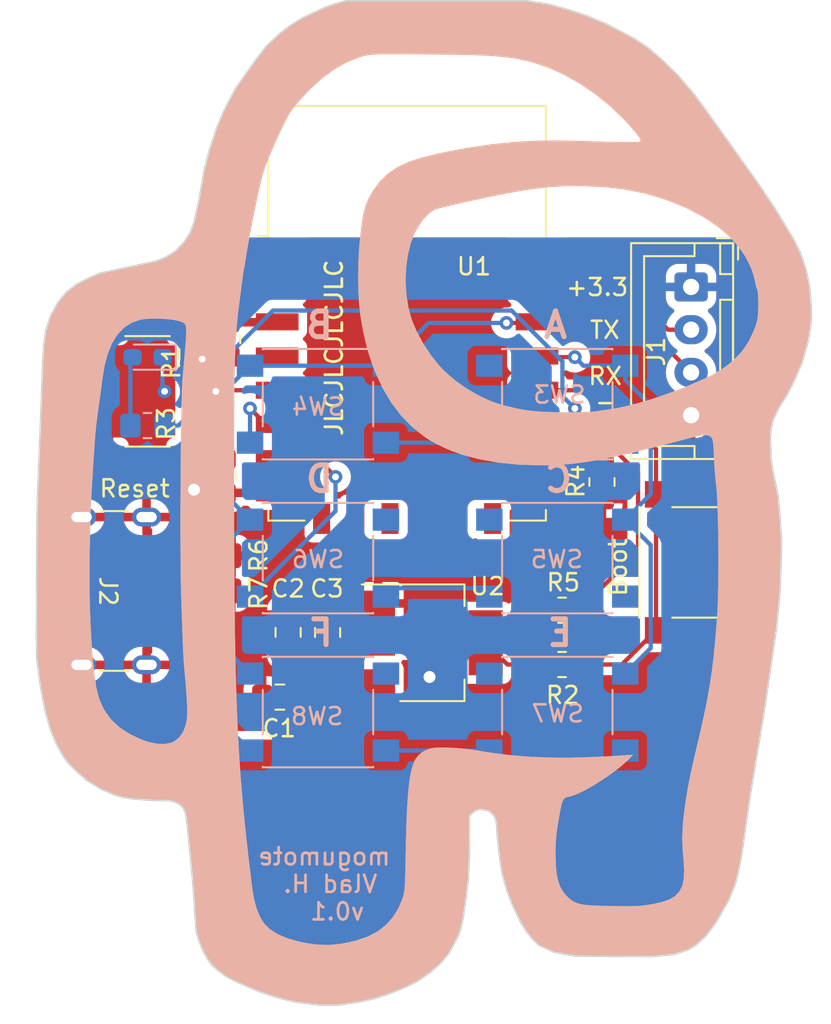
<source format=kicad_pcb>
(kicad_pcb (version 20221018) (generator pcbnew)
  (layers (0 "F.Cu" signal) (31 "B.Cu" signal) (34 "B.Paste" user) (35 "F.Paste" user) (36 "B.SilkS" user "B.Silkscreen") (37 "F.SilkS" user "F.Silkscreen") (38 "B.Mask" user) (39 "F.Mask" user) (44 "Edge.Cuts" user))
  (net 0 "")
  (net 1 "+5V")
  (net 2 "GND")
  (net 3 "+3.3V")
  (net 4 "TX")
  (net 5 "RX")
  (net 6 "Net-(U1-EN)")
  (net 7 "Net-(U1-GPIO0)")
  (net 8 "Net-(U1-~{RST})")
  (net 9 "GPIO15")
  (net 10 "ADC")
  (net 11 "GPIO16")
  (net 12 "GPIO14")
  (net 13 "GPIO12")
  (net 14 "GPIO13")
  (net 21 "GPIO4")
  (net 22 "GPIO5")
  (net 23 "Net-(J2-CC1)")
  (net 24 "Net-(J2-CC2)")
  (net 25 "Net-(D1-A)")
  (net 26 "GPIO2")
  (footprint "Connector_JST:JST_XH_B4B-XH-A_1x04_P2.50mm_Vertical" (layer "F.Cu") (at 154.8025 86.895 -90)
    (fp_text reference "J1" (at 3.785 2.04 90) (layer "F.SilkS"))
    (fp_text value "UART")
    (pad "1" thru_hole roundrect (at 0 0 270) (size 1.7 1.95) (drill 0.95) (layers "*.Cu" "*.Mask") (roundrect_rratio 0.1470588235) (net 3 "+3.3V"))
    (pad "2" thru_hole oval (at 2.5 0 270) (size 1.7 1.95) (drill 0.95) (layers "*.Cu" "*.Mask") (net 4 "TX"))
    (pad "3" thru_hole oval (at 5 0 270) (size 1.7 1.95) (drill 0.95) (layers "*.Cu" "*.Mask") (net 5 "RX"))
    (pad "4" thru_hole oval (at 7.5 0 270) (size 1.7 1.95) (drill 0.95) (layers "*.Cu" "*.Mask") (net 2 "GND"))
  )
  (footprint "Button_Switch_SMD:SW_Push_1P1T_NO_6x6mm_H9.5mm" (layer "F.Cu") (at 155 103 90)
    (fp_text reference "SW1" hide)
    (fp_text value "Boot")
    (pad "1" smd rect (at -3.975 -2.25 90) (size 1.55 1.3) (layers "F.Cu" "F.Paste" "F.Mask") (net 7 "Net-(U1-GPIO0)"))
    (pad "1" smd rect (at 3.975 -2.25 90) (size 1.55 1.3) (layers "F.Cu" "F.Paste" "F.Mask") (net 7 "Net-(U1-GPIO0)"))
    (pad "2" smd rect (at -3.975 2.25 90) (size 1.55 1.3) (layers "F.Cu" "F.Paste" "F.Mask") (net 2 "GND"))
    (pad "2" smd rect (at 3.975 2.25 90) (size 1.55 1.3) (layers "F.Cu" "F.Paste" "F.Mask") (net 2 "GND"))
  )
  (footprint "Resistor_SMD:R_0805_2012Metric_Pad1.20x1.40mm_HandSolder" (layer "F.Cu") (at 127.46 97.97 90)
    (fp_text reference "R3" (at 3.07 -3.36 270) (layer "F.SilkS"))
    (fp_text value "10k")
    (pad "1" smd roundrect (at -1 0 90) (size 1.2 1.4) (layers "F.Cu" "F.Paste" "F.Mask") (roundrect_rratio 0.2083333333) (net 3 "+3.3V"))
    (pad "2" smd roundrect (at 1 0 90) (size 1.2 1.4) (layers "F.Cu" "F.Paste" "F.Mask") (roundrect_rratio 0.2083333333) (net 8 "Net-(U1-~{RST})"))
  )
  (footprint "Resistor_SMD:R_0805_2012Metric_Pad1.20x1.40mm_HandSolder" (layer "F.Cu") (at 147.255 108.97)
    (fp_text reference "R2" (at 0.0325 1.795) (layer "F.SilkS"))
    (fp_text value "10k")
    (pad "1" smd roundrect (at -1 0) (size 1.2 1.4) (layers "F.Cu" "F.Paste" "F.Mask") (roundrect_rratio 0.2083333333) (net 3 "+3.3V"))
    (pad "2" smd roundrect (at 1 0) (size 1.2 1.4) (layers "F.Cu" "F.Paste" "F.Mask") (roundrect_rratio 0.2083333333) (net 7 "Net-(U1-GPIO0)"))
  )
  (footprint "Capacitor_SMD:C_0805_2012Metric_Pad1.18x1.45mm_HandSolder" (layer "F.Cu") (at 130.745 110.875 180)
    (fp_text reference "C1" (at 0.0375 -1.83 180) (layer "F.SilkS"))
    (fp_text value "10u")
    (pad "1" smd roundrect (at -1.0375 0 180) (size 1.175 1.45) (layers "F.Cu" "F.Paste" "F.Mask") (roundrect_rratio 0.2127659574) (net 1 "+5V"))
    (pad "2" smd roundrect (at 1.0375 0 180) (size 1.175 1.45) (layers "F.Cu" "F.Paste" "F.Mask") (roundrect_rratio 0.2127659574) (net 2 "GND"))
  )
  (footprint "Package_TO_SOT_SMD:SOT-223-3_TabPin2" (layer "F.Cu") (at 139.635 107.7)
    (fp_text reference "U2" (at 3.265 -3.3) (layer "F.SilkS"))
    (fp_text value "AMS1117-3.3")
    (pad "1" smd rect (at -3.15 -2.3) (size 2 1.5) (layers "F.Cu" "F.Paste" "F.Mask") (net 2 "GND"))
    (pad "2" smd rect (at -3.15 0) (size 2 1.5) (layers "F.Cu" "F.Paste" "F.Mask") (net 3 "+3.3V"))
    (pad "2" smd rect (at 3.15 0) (size 2 3.8) (layers "F.Cu" "F.Paste" "F.Mask") (net 3 "+3.3V"))
    (pad "3" smd rect (at -3.15 2.3) (size 2 1.5) (layers "F.Cu" "F.Paste" "F.Mask") (net 1 "+5V"))
  )
  (footprint "Connector_USB:USB_C_Receptacle_GCT_USB4125-xx-x-0190_6P_TopMnt_Horizontal" (layer "F.Cu") (at 119.945 104.67 -90)
    (fp_text reference "J2" (at 0.02 -0.755 -90 unlocked) (layer "F.SilkS"))
    (fp_text value "USB_C_Receptacle_PowerOnly_6P")
    (pad "A5" smd roundrect (at -0.5 -3.08 270) (size 0.7 1.2) (layers "F.Cu" "F.Paste" "F.Mask") (net 23 "Net-(J2-CC1)"))
    (pad "A9" smd roundrect (at 1.52 -3.08 90) (size 0.76 1.2) (layers "F.Cu" "F.Paste" "F.Mask") (net 1 "+5V"))
    (pad "A12" smd roundrect (at 2.75 -3.08 90) (size 0.8 1.2) (layers "F.Cu" "F.Paste" "F.Mask") (net 2 "GND"))
    (pad "B5" smd roundrect (at 0.5 -3.08 90) (size 0.7 1.2) (layers "F.Cu" "F.Paste" "F.Mask") (net 24 "Net-(J2-CC2)"))
    (pad "B9" smd roundrect (at -1.52 -3.08 270) (size 0.76 1.2) (layers "F.Cu" "F.Paste" "F.Mask") (net 1 "+5V"))
    (pad "B12" smd roundrect (at -2.75 -3.08 270) (size 0.8 1.2) (layers "F.Cu" "F.Paste" "F.Mask") (net 2 "GND"))
    (pad "S1" thru_hole oval (at -4.32 -3 270) (size 1.1 1.7) (drill oval 0.6 1.2) (layers "*.Cu" "*.Mask" "F.Paste") (net 2 "GND"))
    (pad "S1" thru_hole oval (at -4.32 0.8 270) (size 1.1 1.7) (drill oval 0.6 1.2) (layers "*.Cu" "*.Mask" "F.Paste") (net 2 "GND"))
    (pad "S1" thru_hole oval (at 4.32 -3 270) (size 1.1 1.7) (drill oval 0.6 1.2) (layers "*.Cu" "*.Mask" "F.Paste") (net 2 "GND"))
    (pad "S1" thru_hole oval (at 4.32 0.8 270) (size 1.1 1.7) (drill oval 0.6 1.2) (layers "*.Cu" "*.Mask" "F.Paste") (net 2 "GND"))
  )
  (footprint "Resistor_SMD:R_0805_2012Metric_Pad1.20x1.40mm_HandSolder" (layer "F.Cu") (at 127.69 89.96 90)
    (fp_text reference "R1" (at -1.36 -3.29 90) (layer "F.SilkS"))
    (fp_text value "10k")
    (pad "1" smd roundrect (at -1 0 90) (size 1.2 1.4) (layers "F.Cu" "F.Paste" "F.Mask") (roundrect_rratio 0.2083333333) (net 3 "+3.3V"))
    (pad "2" smd roundrect (at 1 0 90) (size 1.2 1.4) (layers "F.Cu" "F.Paste" "F.Mask") (roundrect_rratio 0.2083333333) (net 6 "Net-(U1-EN)"))
  )
  (footprint "Capacitor_SMD:C_0805_2012Metric_Pad1.18x1.45mm_HandSolder" (layer "F.Cu") (at 133.5375 107.095 90)
    (fp_text reference "C3" (at 2.56 -0.04 180) (layer "F.SilkS"))
    (fp_text value "100n")
    (pad "1" smd roundrect (at -1.0375 0 90) (size 1.175 1.45) (layers "F.Cu" "F.Paste" "F.Mask") (roundrect_rratio 0.2127659574) (net 3 "+3.3V"))
    (pad "2" smd roundrect (at 1.0375 0 90) (size 1.175 1.45) (layers "F.Cu" "F.Paste" "F.Mask") (roundrect_rratio 0.2127659574) (net 2 "GND"))
  )
  (footprint "Capacitor_SMD:C_0805_2012Metric_Pad1.18x1.45mm_HandSolder" (layer "F.Cu") (at 126.8625 104.66)
    (fp_text reference "R7" (at 2.6375 0.14 90) (layer "F.SilkS"))
    (fp_text value "5.1K")
    (pad "1" smd roundrect (at -1.0375 0) (size 1.175 1.45) (layers "F.Cu" "F.Paste" "F.Mask") (roundrect_rratio 0.2127659574) (net 24 "Net-(J2-CC2)"))
    (pad "2" smd roundrect (at 1.0375 0) (size 1.175 1.45) (layers "F.Cu" "F.Paste" "F.Mask") (roundrect_rratio 0.2127659574) (net 2 "GND"))
  )
  (footprint "Capacitor_SMD:C_0805_2012Metric_Pad1.18x1.45mm_HandSolder" (layer "F.Cu") (at 131.2275 107.0925 90)
    (fp_text reference "C2" (at 2.5575 0 180) (layer "F.SilkS"))
    (fp_text value "10u")
    (pad "1" smd roundrect (at -1.0375 0 90) (size 1.175 1.45) (layers "F.Cu" "F.Paste" "F.Mask") (roundrect_rratio 0.2127659574) (net 3 "+3.3V"))
    (pad "2" smd roundrect (at 1.0375 0 90) (size 1.175 1.45) (layers "F.Cu" "F.Paste" "F.Mask") (roundrect_rratio 0.2127659574) (net 2 "GND"))
  )
  (footprint "Resistor_SMD:R_0805_2012Metric_Pad1.20x1.40mm_HandSolder" (layer "F.Cu") (at 149.5875 98.3 -90)
    (fp_text reference "R4" (at -0.04 1.5375 -90) (layer "F.SilkS"))
    (fp_text value "10k")
    (pad "1" smd roundrect (at -1 0 270) (size 1.2 1.4) (layers "F.Cu" "F.Paste" "F.Mask") (roundrect_rratio 0.2083333333) (net 9 "GPIO15"))
    (pad "2" smd roundrect (at 1 0 270) (size 1.2 1.4) (layers "F.Cu" "F.Paste" "F.Mask") (roundrect_rratio 0.2083333333) (net 2 "GND"))
  )
  (footprint "Button_Switch_SMD:SW_Push_1P1T_NO_6x6mm_H9.5mm" (layer "F.Cu") (at 123 93 90)
    (fp_text reference "SW2" (at 0 -4.05 90) (layer "F.SilkS"))
    (fp_text value "Reset")
    (pad "1" smd rect (at -3.975 -2.25 90) (size 1.55 1.3) (layers "F.Cu" "F.Paste" "F.Mask") (net 2 "GND"))
    (pad "1" smd rect (at 3.975 -2.25 90) (size 1.55 1.3) (layers "F.Cu" "F.Paste" "F.Mask") (net 2 "GND"))
    (pad "2" smd rect (at -3.975 2.25 90) (size 1.55 1.3) (layers "F.Cu" "F.Paste" "F.Mask") (net 8 "Net-(U1-~{RST})"))
    (pad "2" smd rect (at 3.975 2.25 90) (size 1.55 1.3) (layers "F.Cu" "F.Paste" "F.Mask") (net 8 "Net-(U1-~{RST})"))
  )
  (footprint "LOGO" (layer "F.Cu") (at 140.6975 99.285)
    (fp_text reference "G***" hide)
    (fp_text value "LOGO" hide)
  )
  (footprint "RF_Module:ESP-12E" (layer "F.Cu") (at 138.1875 88.435)
    (fp_text reference "U1" (at 3.9125 -2.735) (layer "F.SilkS"))
    (fp_text value "ESP-12F")
    (pad "1" smd rect (at -7.6 -3.5) (size 2.5 1) (layers "F.Cu" "F.Paste" "F.Mask") (net 8 "Net-(U1-~{RST})"))
    (pad "2" smd rect (at -7.6 -1.5) (size 2.5 1) (layers "F.Cu" "F.Paste" "F.Mask") (net 10 "ADC"))
    (pad "3" smd rect (at -7.6 0.5) (size 2.5 1) (layers "F.Cu" "F.Paste" "F.Mask") (net 6 "Net-(U1-EN)"))
    (pad "4" smd rect (at -7.6 2.5) (size 2.5 1) (layers "F.Cu" "F.Paste" "F.Mask") (net 11 "GPIO16"))
    (pad "5" smd rect (at -7.6 4.5) (size 2.5 1) (layers "F.Cu" "F.Paste" "F.Mask") (net 12 "GPIO14"))
    (pad "6" smd rect (at -7.6 6.5) (size 2.5 1) (layers "F.Cu" "F.Paste" "F.Mask") (net 13 "GPIO12"))
    (pad "7" smd rect (at -7.6 8.5) (size 2.5 1) (layers "F.Cu" "F.Paste" "F.Mask") (net 14 "GPIO13"))
    (pad "8" smd rect (at -7.6 10.5) (size 2.5 1) (layers "F.Cu" "F.Paste" "F.Mask") (net 3 "+3.3V"))
    (pad "9" smd rect (at -5 12) (size 1 1.8) (layers "F.Cu" "F.Paste" "F.Mask"))
    (pad "10" smd rect (at -3 12) (size 1 1.8) (layers "F.Cu" "F.Paste" "F.Mask"))
    (pad "11" smd rect (at -1 12) (size 1 1.8) (layers "F.Cu" "F.Paste" "F.Mask"))
    (pad "12" smd rect (at 1 12) (size 1 1.8) (layers "F.Cu" "F.Paste" "F.Mask"))
    (pad "13" smd rect (at 3 12) (size 1 1.8) (layers "F.Cu" "F.Paste" "F.Mask"))
    (pad "14" smd rect (at 5 12) (size 1 1.8) (layers "F.Cu" "F.Paste" "F.Mask"))
    (pad "15" smd rect (at 7.6 10.5) (size 2.5 1) (layers "F.Cu" "F.Paste" "F.Mask") (net 2 "GND"))
    (pad "16" smd rect (at 7.6 8.5) (size 2.5 1) (layers "F.Cu" "F.Paste" "F.Mask") (net 9 "GPIO15"))
    (pad "17" smd rect (at 7.6 6.5) (size 2.5 1) (layers "F.Cu" "F.Paste" "F.Mask") (net 26 "GPIO2"))
    (pad "18" smd rect (at 7.6 4.5) (size 2.5 1) (layers "F.Cu" "F.Paste" "F.Mask") (net 7 "Net-(U1-GPIO0)"))
    (pad "19" smd rect (at 7.6 2.5) (size 2.5 1) (layers "F.Cu" "F.Paste" "F.Mask") (net 21 "GPIO4"))
    (pad "20" smd rect (at 7.6 0.5) (size 2.5 1) (layers "F.Cu" "F.Paste" "F.Mask") (net 22 "GPIO5"))
    (pad "21" smd rect (at 7.6 -1.5) (size 2.5 1) (layers "F.Cu" "F.Paste" "F.Mask") (net 5 "RX"))
    (pad "22" smd rect (at 7.6 -3.5) (size 2.5 1) (layers "F.Cu" "F.Paste" "F.Mask") (net 4 "TX"))
    (zone (net 0) (net_name "") (layers "*.Cu") (connect_pads (clearance 0)) (min_thickness 0.254)
      (keepout (tracks not_allowed) (vias not_allowed) (pads not_allowed) (copperpour not_allowed) (footprints not_allowed))
      (fill (thermal_gap 0.508) (thermal_bridge_width 0.508))
      (polygon (pts (xy 130.0675 83.635) (xy 146.3075 83.635) (xy 146.3075 76.315) (xy 130.0675 76.315)))
    )
  )
  (footprint "Resistor_SMD:R_0805_2012Metric_Pad1.20x1.40mm_HandSolder" (layer "F.Cu") (at 147.255 105.795)
    (fp_text reference "R5" (at 0.0725 -1.62) (layer "F.SilkS"))
    (fp_text value "10k")
    (pad "1" smd roundrect (at -1 0) (size 1.2 1.4) (layers "F.Cu" "F.Paste" "F.Mask") (roundrect_rratio 0.2083333333) (net 3 "+3.3V"))
    (pad "2" smd roundrect (at 1 0) (size 1.2 1.4) (layers "F.Cu" "F.Paste" "F.Mask") (roundrect_rratio 0.2083333333) (net 26 "GPIO2"))
  )
  (footprint "Capacitor_SMD:C_0805_2012Metric_Pad1.18x1.45mm_HandSolder" (layer "F.Cu") (at 126.88 102.61)
    (fp_text reference "R6" (at 2.62 -0.01 90) (layer "F.SilkS"))
    (fp_text value "5.1K")
    (pad "1" smd roundrect (at -1.0375 0) (size 1.175 1.45) (layers "F.Cu" "F.Paste" "F.Mask") (roundrect_rratio 0.2127659574) (net 23 "Net-(J2-CC1)"))
    (pad "2" smd roundrect (at 1.0375 0) (size 1.175 1.45) (layers "F.Cu" "F.Paste" "F.Mask") (roundrect_rratio 0.2127659574) (net 2 "GND"))
  )
  (footprint "Button_Switch_SMD:SW_Push_1P1T_NO_6x6mm_H9.5mm" (layer "B.Cu") (at 146.975 102.75 180)
    (fp_text reference "SW5" (at 0.025 -0.07) (layer "B.SilkS") (effects (justify mirror)))
    (fp_text value "SW_A")
    (pad "1" smd rect (at -3.975 2.25 180) (size 1.55 1.3) (layers "B.Cu" "B.Paste" "B.Mask") (net 21 "GPIO4"))
    (pad "1" smd rect (at 3.975 2.25 180) (size 1.55 1.3) (layers "B.Cu" "B.Paste" "B.Mask") (net 21 "GPIO4"))
    (pad "2" smd rect (at -3.975 -2.25 180) (size 1.55 1.3) (layers "B.Cu" "B.Paste" "B.Mask") (net 14 "GPIO13"))
    (pad "2" smd rect (at 3.975 -2.25 180) (size 1.55 1.3) (layers "B.Cu" "B.Paste" "B.Mask") (net 14 "GPIO13"))
  )
  (footprint "Button_Switch_SMD:SW_Push_1P1T_NO_6x6mm_H9.5mm" (layer "B.Cu") (at 132.975 102.75 180)
    (fp_text reference "SW6" (at 0 -0.07) (layer "B.SilkS") (effects (justify mirror)))
    (fp_text value "SW_A")
    (pad "1" smd rect (at -3.975 2.25 180) (size 1.55 1.3) (layers "B.Cu" "B.Paste" "B.Mask") (net 22 "GPIO5"))
    (pad "1" smd rect (at 3.975 2.25 180) (size 1.55 1.3) (layers "B.Cu" "B.Paste" "B.Mask") (net 22 "GPIO5"))
    (pad "2" smd rect (at -3.975 -2.25 180) (size 1.55 1.3) (layers "B.Cu" "B.Paste" "B.Mask") (net 14 "GPIO13"))
    (pad "2" smd rect (at 3.975 -2.25 180) (size 1.55 1.3) (layers "B.Cu" "B.Paste" "B.Mask") (net 14 "GPIO13"))
  )
  (footprint "LOGO" (layer "B.Cu") (at 140.6975 99.285 180)
    (fp_text reference "G***" hide)
    (fp_text value "LOGO" hide)
  )
  (footprint "Button_Switch_SMD:SW_Push_1P1T_NO_6x6mm_H9.5mm" (layer "B.Cu") (at 132.975 111.75 180)
    (fp_text reference "SW8" (at 0.055 -0.25) (layer "B.SilkS") (effects (justify mirror)))
    (fp_text value "SW_A")
    (pad "1" smd rect (at -3.975 2.25 180) (size 1.55 1.3) (layers "B.Cu" "B.Paste" "B.Mask") (net 22 "GPIO5"))
    (pad "1" smd rect (at 3.975 2.25 180) (size 1.55 1.3) (layers "B.Cu" "B.Paste" "B.Mask") (net 22 "GPIO5"))
    (pad "2" smd rect (at -3.975 -2.25 180) (size 1.55 1.3) (layers "B.Cu" "B.Paste" "B.Mask") (net 12 "GPIO14"))
    (pad "2" smd rect (at 3.975 -2.25 180) (size 1.55 1.3) (layers "B.Cu" "B.Paste" "B.Mask") (net 12 "GPIO14"))
  )
  (footprint "Button_Switch_SMD:SW_Push_1P1T_NO_6x6mm_H9.5mm" (layer "B.Cu") (at 146.975 93.75 180)
    (fp_text reference "SW3" (at -0.125 0.55) (layer "B.SilkS") (effects (justify mirror)))
    (fp_text value "SW_A")
    (pad "1" smd rect (at -3.975 2.25 180) (size 1.55 1.3) (layers "B.Cu" "B.Paste" "B.Mask") (net 21 "GPIO4"))
    (pad "1" smd rect (at 3.975 2.25 180) (size 1.55 1.3) (layers "B.Cu" "B.Paste" "B.Mask") (net 21 "GPIO4"))
    (pad "2" smd rect (at -3.975 -2.25 180) (size 1.55 1.3) (layers "B.Cu" "B.Paste" "B.Mask") (net 13 "GPIO12"))
    (pad "2" smd rect (at 3.975 -2.25 180) (size 1.55 1.3) (layers "B.Cu" "B.Paste" "B.Mask") (net 13 "GPIO12"))
  )
  (footprint "Resistor_SMD:R_0805_2012Metric_Pad1.20x1.40mm_HandSolder" (layer "B.Cu") (at 123 95 180)
    (fp_text reference "R8" hide)
    (fp_text value "R")
    (pad "1" smd roundrect (at -1 0 180) (size 1.2 1.4) (layers "B.Cu" "B.Paste" "B.Mask") (roundrect_rratio 0.2083333333) (net 26 "GPIO2"))
    (pad "2" smd roundrect (at 1 0 180) (size 1.2 1.4) (layers "B.Cu" "B.Paste" "B.Mask") (roundrect_rratio 0.2083333333) (net 25 "Net-(D1-A)"))
  )
  (footprint "Button_Switch_SMD:SW_Push_1P1T_NO_6x6mm_H9.5mm" (layer "B.Cu") (at 132.975 93.75 180)
    (fp_text reference "SW4" (at 0 -0.15) (layer "B.SilkS") (effects (justify mirror)))
    (fp_text value "SW_A")
    (pad "1" smd rect (at -3.975 2.25 180) (size 1.55 1.3) (layers "B.Cu" "B.Paste" "B.Mask") (net 22 "GPIO5"))
    (pad "1" smd rect (at 3.975 2.25 180) (size 1.55 1.3) (layers "B.Cu" "B.Paste" "B.Mask") (net 22 "GPIO5"))
    (pad "2" smd rect (at -3.975 -2.25 180) (size 1.55 1.3) (layers "B.Cu" "B.Paste" "B.Mask") (net 13 "GPIO12"))
    (pad "2" smd rect (at 3.975 -2.25 180) (size 1.55 1.3) (layers "B.Cu" "B.Paste" "B.Mask") (net 13 "GPIO12"))
  )
  (footprint "LED_SMD:LED_0603_1608Metric_Pad1.05x0.95mm_HandSolder" (layer "B.Cu") (at 123 91 180)
    (fp_text reference "D1" hide)
    (fp_text value "LED")
    (pad "1" smd roundrect (at -0.875 0 180) (size 1.05 0.95) (layers "B.Cu" "B.Paste" "B.Mask") (net 2 "GND"))
    (pad "2" smd roundrect (at 0.875 0 180) (size 1.05 0.95) (layers "B.Cu" "B.Paste" "B.Mask") (net 25 "Net-(D1-A)"))
  )
  (footprint "Button_Switch_SMD:SW_Push_1P1T_NO_6x6mm_H9.5mm" (layer "B.Cu") (at 146.975 111.75 180)
    (fp_text reference "SW7" (at -0.025 -0.09) (layer "B.SilkS") (effects (justify mirror)))
    (fp_text value "SW_A")
    (pad "1" smd rect (at -3.975 2.25 180) (size 1.55 1.3) (layers "B.Cu" "B.Paste" "B.Mask") (net 21 "GPIO4"))
    (pad "1" smd rect (at 3.975 2.25 180) (size 1.55 1.3) (layers "B.Cu" "B.Paste" "B.Mask") (net 21 "GPIO4"))
    (pad "2" smd rect (at -3.975 -2.25 180) (size 1.55 1.3) (layers "B.Cu" "B.Paste" "B.Mask") (net 12 "GPIO14"))
    (pad "2" smd rect (at 3.975 -2.25 180) (size 1.55 1.3) (layers "B.Cu" "B.Paste" "B.Mask") (net 12 "GPIO14"))
  )
  (gr_line (start 160.09 101.72) (end 160.06 103.2) (stroke (width 0.1)) (layer "Edge.Cuts"))
  (gr_line (start 159.77 82.41) (end 160.76 84.04) (stroke (width 0.1)) (layer "Edge.Cuts"))
  (gr_line (start 145.92 125.4) (end 145.52 125.02) (stroke (width 0.1)) (layer "Edge.Cuts"))
  (gr_line (start 160 100.33) (end 160.09 101.72) (stroke (width 0.1)) (layer "Edge.Cuts"))
  (gr_line (start 161.67 89.99) (end 161.29 91.34) (stroke (width 0.1)) (layer "Edge.Cuts"))
  (gr_line (start 142.38 117.45) (end 142.13 117.55) (stroke (width 0.1)) (layer "Edge.Cuts"))
  (gr_line (start 128.13 127.49) (end 127.57 127.19) (stroke (width 0.1)) (layer "Edge.Cuts"))
  (gr_line (start 156.3 123.99) (end 155.66 124.84) (stroke (width 0.1)) (layer "Edge.Cuts"))
  (gr_line (start 141.6 122.86) (end 141.45 123.86) (stroke (width 0.1)) (layer "Edge.Cuts"))
  (gr_line (start 161.5 85.78) (end 161.73 86.83) (stroke (width 0.1)) (layer "Edge.Cuts"))
  (gr_line (start 143.75 121.19) (end 143.61 120.33) (stroke (width 0.1)) (layer "Edge.Cuts"))
  (gr_line (start 116.92 90.36) (end 117.06 89.43) (stroke (width 0.1)) (layer "Edge.Cuts"))
  (gr_line (start 159.47 96.35) (end 159.47 96.86) (stroke (width 0.1)) (layer "Edge.Cuts"))
  (gr_line (start 126.82 126.6) (end 126.54 126.23) (stroke (width 0.1)) (layer "Edge.Cuts"))
  (gr_line (start 124.29 116.93) (end 123.09 116.9) (stroke (width 0.1)) (layer "Edge.Cuts"))
  (gr_line (start 124.62 84.82) (end 125.12 84.31) (stroke (width 0.1)) (layer "Edge.Cuts"))
  (gr_line (start 125.85 124.58) (end 125.8 123.93) (stroke (width 0.1)) (layer "Edge.Cuts"))
  (gr_line (start 159.94 93.96) (end 159.62 94.62) (stroke (width 0.1)) (layer "Edge.Cuts"))
  (gr_line (start 143.3 117.84) (end 142.99 117.54) (stroke (width 0.1)) (layer "Edge.Cuts"))
  (gr_line (start 158.79 80.93) (end 159.77 82.41) (stroke (width 0.1)) (layer "Edge.Cuts"))
  (gr_line (start 155.11 125.36) (end 154.64 125.65) (stroke (width 0.1)) (layer "Edge.Cuts"))
  (gr_line (start 144.87 124.11) (end 144.31 122.94) (stroke (width 0.1)) (layer "Edge.Cuts"))
  (gr_line (start 144.01 122.14) (end 143.75 121.19) (stroke (width 0.1)) (layer "Edge.Cuts"))
  (gr_line (start 141.31 124.48) (end 141.16 124.87) (stroke (width 0.1)) (layer "Edge.Cuts"))
  (gr_line (start 126 81.9) (end 126.33 80.01) (stroke (width 0.1)) (layer "Edge.Cuts"))
  (gr_line (start 146.78 125.79) (end 145.92 125.4) (stroke (width 0.1)) (layer "Edge.Cuts"))
  (gr_line (start 149.89 71.54) (end 150.61 71.92) (stroke (width 0.1)) (layer "Edge.Cuts"))
  (gr_line (start 143.61 120.33) (end 143.46 118.93) (stroke (width 0.1)) (layer "Edge.Cuts"))
  (gr_line (start 118.81 115.18) (end 118.37 114.73) (stroke (width 0.1)) (layer "Edge.Cuts"))
  (gr_line (start 117.33 88.59) (end 117.79 87.75) (stroke (width 0.1)) (layer "Edge.Cuts"))
  (gr_line (start 117.32 112.77) (end 117 111.61) (stroke (width 0.1)) (layer "Edge.Cuts"))
  (gr_line (start 125.97 124.98) (end 125.85 124.58) (stroke (width 0.1)) (layer "Edge.Cuts"))
  (gr_line (start 117.06 89.43) (end 117.33 88.59) (stroke (width 0.1)) (layer "Edge.Cuts"))
  (gr_line (start 126.33 80.01) (end 126.6 79) (stroke (width 0.1)) (layer "Edge.Cuts"))
  (gr_line (start 124.05 85.17) (end 124.62 84.82) (stroke (width 0.1)) (layer "Edge.Cuts"))
  (gr_line (start 125.61 121.23) (end 125.4 119.09) (stroke (width 0.1)) (layer "Edge.Cuts"))
  (gr_line (start 159.58 97.62) (end 159.89 99.1) (stroke (width 0.1)) (layer "Edge.Cuts"))
  (gr_line (start 157.4 121.77) (end 157 122.76) (stroke (width 0.1)) (layer "Edge.Cuts"))
  (gr_line (start 145.52 125.02) (end 145.22 124.65) (stroke (width 0.1)) (layer "Edge.Cuts"))
  (gr_line (start 126.54 126.23) (end 126.24 125.69) (stroke (width 0.1)) (layer "Edge.Cuts"))
  (gr_line (start 124.6 117.01) (end 124.29 116.93) (stroke (width 0.1)) (layer "Edge.Cuts"))
  (gr_line (start 125.12 84.31) (end 125.51 83.7) (stroke (width 0.1)) (layer "Edge.Cuts"))
  (gr_line (start 123.09 116.9) (end 122.1 116.82) (stroke (width 0.1)) (layer "Edge.Cuts"))
  (gr_line (start 129.35 73.6) (end 129.97 72.8) (stroke (width 0.1)) (layer "Edge.Cuts"))
  (gr_line (start 138.8 127.49) (end 137.98 127.89) (stroke (width 0.1)) (layer "Edge.Cuts"))
  (gr_line (start 143.46 118.93) (end 143.42 118.24) (stroke (width 0.1)) (layer "Edge.Cuts"))
  (gr_line (start 125.4 119.09) (end 125.28 117.97) (stroke (width 0.1)) (layer "Edge.Cuts"))
  (gr_line (start 123.49 85.39) (end 124.05 85.17) (stroke (width 0.1)) (layer "Edge.Cuts"))
  (gr_line (start 142.99 117.54) (end 142.66 117.46) (stroke (width 0.1)) (layer "Edge.Cuts"))
  (gr_line (start 132.04 71.18) (end 132.64 70.89) (stroke (width 0.1)) (layer "Edge.Cuts"))
  (gr_line (start 134.18 70.28) (end 134.62 70.17) (stroke (width 0.1)) (layer "Edge.Cuts"))
  (gr_line (start 159.43 95.76) (end 159.47 96.35) (stroke (width 0.1)) (layer "Edge.Cuts"))
  (gr_line (start 134.19 128.88) (end 133.07 128.88) (stroke (width 0.1)) (layer "Edge.Cuts"))
  (gr_line (start 130.7 72.11) (end 131.35 71.61) (stroke (width 0.1)) (layer "Edge.Cuts"))
  (gr_line (start 154.06 74.55) (end 154.97 75.62) (stroke (width 0.1)) (layer "Edge.Cuts"))
  (gr_line (start 153.8 125.92) (end 152.39 126.05) (stroke (width 0.1)) (layer "Edge.Cuts"))
  (gr_line (start 132.64 70.89) (end 133.43 70.53) (stroke (width 0.1)) (layer "Edge.Cuts"))
  (gr_line (start 158.27 116.57) (end 158.03 118.22) (stroke (width 0.1)) (layer "Edge.Cuts"))
  (gr_line (start 119.44 115.74) (end 118.81 115.18) (stroke (width 0.1)) (layer "Edge.Cuts"))
  (gr_line (start 160.06 103.2) (end 160 104.75) (stroke (width 0.1)) (layer "Edge.Cuts"))
  (gr_line (start 159.07 111.77) (end 158.27 116.57) (stroke (width 0.1)) (layer "Edge.Cuts"))
  (gr_line (start 135.27 128.72) (end 134.19 128.88) (stroke (width 0.1)) (layer "Edge.Cuts"))
  (gr_line (start 141.45 123.86) (end 141.31 124.48) (stroke (width 0.1)) (layer "Edge.Cuts"))
  (gr_line (start 140.17 126.42) (end 139.52 126.99) (stroke (width 0.1)) (layer "Edge.Cuts"))
  (gr_line (start 157 122.76) (end 156.3 123.99) (stroke (width 0.1)) (layer "Edge.Cuts"))
  (gr_line (start 118.84 86.74) (end 119.49 86.41) (stroke (width 0.1)) (layer "Edge.Cuts"))
  (gr_line (start 118.37 114.73) (end 118.09 114.37) (stroke (width 0.1)) (layer "Edge.Cuts"))
  (gr_line (start 125.73 122.73) (end 125.61 121.23) (stroke (width 0.1)) (layer "Edge.Cuts"))
  (gr_line (start 157.8 119.85) (end 157.65 120.71) (stroke (width 0.1)) (layer "Edge.Cuts"))
  (gr_line (start 118.09 114.37) (end 117.68 113.64) (stroke (width 0.1)) (layer "Edge.Cuts"))
  (gr_line (start 154.97 75.62) (end 155.67 76.56) (stroke (width 0.1)) (layer "Edge.Cuts"))
  (gr_line (start 125.21 117.62) (end 125.11 117.4) (stroke (width 0.1)) (layer "Edge.Cuts"))
  (gr_line (start 161.84 88.89) (end 161.67 89.99) (stroke (width 0.1)) (layer "Edge.Cuts"))
  (gr_line (start 131.73 128.72) (end 130.64 128.46) (stroke (width 0.1)) (layer "Edge.Cuts"))
  (gr_line (start 127.49 76.55) (end 128.16 75.28) (stroke (width 0.1)) (layer "Edge.Cuts"))
  (gr_line (start 118.25 87.21) (end 118.84 86.74) (stroke (width 0.1)) (layer "Edge.Cuts"))
  (gr_line (start 144.31 122.94) (end 144.01 122.14) (stroke (width 0.1)) (layer "Edge.Cuts"))
  (gr_line (start 121.56 116.74) (end 121.06 116.59) (stroke (width 0.1)) (layer "Edge.Cuts"))
  (gr_line (start 141.83 120.07) (end 141.77 121.52) (stroke (width 0.1)) (layer "Edge.Cuts"))
  (gr_line (start 126.1 125.35) (end 125.97 124.98) (stroke (width 0.1)) (layer "Edge.Cuts"))
  (gr_line (start 136.29 128.5) (end 135.27 128.72) (stroke (width 0.1)) (layer "Edge.Cuts"))
  (gr_line (start 159.47 96.86) (end 159.58 97.62) (stroke (width 0.1)) (layer "Edge.Cuts"))
  (gr_line (start 125.28 117.97) (end 125.21 117.62) (stroke (width 0.1)) (layer "Edge.Cuts"))
  (gr_line (start 160.42 93.2) (end 159.94 93.96) (stroke (width 0.1)) (layer "Edge.Cuts"))
  (gr_line (start 124.81 117.11) (end 124.6 117.01) (stroke (width 0.1)) (layer "Edge.Cuts"))
  (gr_line (start 142.66 117.46) (end 142.38 117.45) (stroke (width 0.1)) (layer "Edge.Cuts"))
  (gr_line (start 158.03 118.22) (end 157.8 119.85) (stroke (width 0.1)) (layer "Edge.Cuts"))
  (gr_line (start 127.57 127.19) (end 127.05 126.8) (stroke (width 0.1)) (layer "Edge.Cuts"))
  (gr_line (start 126 81.9) (end 125.73 83.1) (stroke (width 0.1)) (layer "Edge.Cuts"))
  (gr_line (start 119.49 86.41) (end 120.18 86.1) (stroke (width 0.1)) (layer "Edge.Cuts"))
  (gr_line (start 159.89 99.1) (end 160 100.33) (stroke (width 0.1)) (layer "Edge.Cuts"))
  (gr_line (start 146.53 70.38) (end 147.67 70.7) (stroke (width 0.1)) (layer "Edge.Cuts"))
  (gr_line (start 139.52 126.99) (end 138.8 127.49) (stroke (width 0.1)) (layer "Edge.Cuts"))
  (gr_line (start 134.62 70.17) (end 145.2 70.17) (stroke (width 0.1)) (layer "Edge.Cuts"))
  (gr_line (start 155.67 76.56) (end 158.79 80.93) (stroke (width 0.1)) (layer "Edge.Cuts"))
  (gr_line (start 122.1 116.82) (end 121.56 116.74) (stroke (width 0.1)) (layer "Edge.Cuts"))
  (gr_line (start 125.8 123.93) (end 125.73 122.73) (stroke (width 0.1)) (layer "Edge.Cuts"))
  (gr_line (start 159.49 95.14) (end 159.43 95.76) (stroke (width 0.1)) (layer "Edge.Cuts"))
  (gr_line (start 129.54 128.1) (end 128.13 127.49) (stroke (width 0.1)) (layer "Edge.Cuts"))
  (gr_line (start 151.48 72.37) (end 152.32 72.94) (stroke (width 0.1)) (layer "Edge.Cuts"))
  (gr_line (start 116.53 108.67) (end 116.5 107.27) (stroke (width 0.1)) (layer "Edge.Cuts"))
  (gr_line (start 148.75 71.06) (end 149.89 71.54) (stroke (width 0.1)) (layer "Edge.Cuts"))
  (gr_line (start 145.2 70.17) (end 146.53 70.38) (stroke (width 0.1)) (layer "Edge.Cuts"))
  (gr_line (start 133.43 70.53) (end 134.18 70.28) (stroke (width 0.1)) (layer "Edge.Cuts"))
  (gr_line (start 116.74 110.24) (end 116.53 108.67) (stroke (width 0.1)) (layer "Edge.Cuts"))
  (gr_line (start 150.61 71.92) (end 151.48 72.37) (stroke (width 0.1)) (layer "Edge.Cuts"))
  (gr_line (start 161.16 84.82) (end 161.5 85.78) (stroke (width 0.1)) (layer "Edge.Cuts"))
  (gr_line (start 125.11 117.4) (end 124.97 117.22) (stroke (width 0.1)) (layer "Edge.Cuts"))
  (gr_line (start 120.31 116.27) (end 119.44 115.74) (stroke (width 0.1)) (layer "Edge.Cuts"))
  (gr_line (start 157.65 120.71) (end 157.4 121.77) (stroke (width 0.1)) (layer "Edge.Cuts"))
  (gr_line (start 145.22 124.65) (end 144.87 124.11) (stroke (width 0.1)) (layer "Edge.Cuts"))
  (gr_line (start 125.51 83.7) (end 125.73 83.1) (stroke (width 0.1)) (layer "Edge.Cuts"))
  (gr_line (start 129.97 72.8) (end 130.7 72.11) (stroke (width 0.1)) (layer "Edge.Cuts"))
  (gr_line (start 159.62 94.62) (end 159.49 95.14) (stroke (width 0.1)) (layer "Edge.Cuts"))
  (gr_line (start 141.84 117.81) (end 141.83 120.07) (stroke (width 0.1)) (layer "Edge.Cuts"))
  (gr_line (start 133.07 128.88) (end 131.73 128.72) (stroke (width 0.1)) (layer "Edge.Cuts"))
  (gr_line (start 143.42 118.24) (end 143.3 117.84) (stroke (width 0.1)) (layer "Edge.Cuts"))
  (gr_line (start 116.54 100.08) (end 116.56 99.37) (stroke (width 0.1)) (layer "Edge.Cuts"))
  (gr_line (start 142.13 117.55) (end 141.84 117.81) (stroke (width 0.1)) (layer "Edge.Cuts"))
  (gr_line (start 141.16 124.87) (end 140.65 125.83) (stroke (width 0.1)) (layer "Edge.Cuts"))
  (gr_line (start 130.64 128.46) (end 129.54 128.1) (stroke (width 0.1)) (layer "Edge.Cuts"))
  (gr_line (start 140.65 125.83) (end 140.17 126.42) (stroke (width 0.1)) (layer "Edge.Cuts"))
  (gr_line (start 128.16 75.28) (end 129.35 73.6) (stroke (width 0.1)) (layer "Edge.Cuts"))
  (gr_line (start 159.56 108.49) (end 159.07 111.77) (stroke (width 0.1)) (layer "Edge.Cuts"))
  (gr_line (start 117.68 113.64) (end 117.32 112.77) (stroke (width 0.1)) (layer "Edge.Cuts"))
  (gr_line (start 160 104.75) (end 159.81 106.74) (stroke (width 0.1)) (layer "Edge.Cuts"))
  (gr_line (start 137.98 127.89) (end 137.04 128.26) (stroke (width 0.1)) (layer "Edge.Cuts"))
  (gr_line (start 160.76 84.04) (end 161.16 84.82) (stroke (width 0.1)) (layer "Edge.Cuts"))
  (gr_line (start 137.04 128.26) (end 136.29 128.5) (stroke (width 0.1)) (layer "Edge.Cuts"))
  (gr_line (start 154.64 125.65) (end 153.8 125.92) (stroke (width 0.1)) (layer "Edge.Cuts"))
  (gr_line (start 155.66 124.84) (end 155.11 125.36) (stroke (width 0.1)) (layer "Edge.Cuts"))
  (gr_line (start 116.5 107.27) (end 116.54 100.08) (stroke (width 0.1)) (layer "Edge.Cuts"))
  (gr_line (start 160.85 92.35) (end 160.42 93.2) (stroke (width 0.1)) (layer "Edge.Cuts"))
  (gr_line (start 161.82 87.87) (end 161.84 88.89) (stroke (width 0.1)) (layer "Edge.Cuts"))
  (gr_line (start 126.24 125.69) (end 126.1 125.35) (stroke (width 0.1)) (layer "Edge.Cuts"))
  (gr_line (start 126.6 79) (end 127.04 77.62) (stroke (width 0.1)) (layer "Edge.Cuts"))
  (gr_line (start 153.08 73.59) (end 154.06 74.55) (stroke (width 0.1)) (layer "Edge.Cuts"))
  (gr_line (start 124.97 117.22) (end 124.81 117.11) (stroke (width 0.1)) (layer "Edge.Cuts"))
  (gr_line (start 117 111.61) (end 116.74 110.24) (stroke (width 0.1)) (layer "Edge.Cuts"))
  (gr_line (start 120.18 86.1) (end 123.49 85.39) (stroke (width 0.1)) (layer "Edge.Cuts"))
  (gr_line (start 116.56 99.37) (end 116.92 90.36) (stroke (width 0.1)) (layer "Edge.Cuts"))
  (gr_line (start 159.81 106.74) (end 159.56 108.49) (stroke (width 0.1)) (layer "Edge.Cuts"))
  (gr_line (start 148.03 126.01) (end 146.78 125.79) (stroke (width 0.1)) (layer "Edge.Cuts"))
  (gr_line (start 161.29 91.34) (end 160.85 92.35) (stroke (width 0.1)) (layer "Edge.Cuts"))
  (gr_line (start 141.77 121.52) (end 141.6 122.86) (stroke (width 0.1)) (layer "Edge.Cuts"))
  (gr_line (start 131.35 71.61) (end 132.04 71.18) (stroke (width 0.1)) (layer "Edge.Cuts"))
  (gr_line (start 152.32 72.94) (end 153.08 73.59) (stroke (width 0.1)) (layer "Edge.Cuts"))
  (gr_line (start 161.73 86.83) (end 161.82 87.87) (stroke (width 0.1)) (layer "Edge.Cuts"))
  (gr_line (start 127.04 77.62) (end 127.49 76.55) (stroke (width 0.1)) (layer "Edge.Cuts"))
  (gr_line (start 117.79 87.75) (end 118.25 87.21) (stroke (width 0.1)) (layer "Edge.Cuts"))
  (gr_line (start 147.67 70.7) (end 148.75 71.06) (stroke (width 0.1)) (layer "Edge.Cuts"))
  (gr_line (start 127.05 126.8) (end 126.82 126.6) (stroke (width 0.1)) (layer "Edge.Cuts"))
  (gr_line (start 152.39 126.05) (end 148.03 126.01) (stroke (width 0.1)) (layer "Edge.Cuts"))
  (gr_line (start 121.06 116.59) (end 120.31 116.27) (stroke (width 0.1)) (layer "Edge.Cuts"))
  (gr_text "E" (at 148 108) (layer "B.SilkS") (effects (font (size 1.5 1.5) (thickness 0.3) bold) (justify left bottom mirror)))
  (gr_text "mogumote\n Vlad H.\n  v0.1" (at 137.3 124) (layer "B.SilkS") (effects (font (size 1 1) (thickness 0.16)) (justify left bottom mirror)))
  (gr_text "C" (at 148 99) (layer "B.SilkS") (effects (font (size 1.5 1.5) (thickness 0.3) bold) (justify left bottom mirror)))
  (gr_text "B" (at 134 90) (layer "B.SilkS") (effects (font (size 1.5 1.5) (thickness 0.3) bold) (justify left bottom mirror)))
  (gr_text "F" (at 134 108) (layer "B.SilkS") (effects (font (size 1.5 1.5) (thickness 0.3) bold) (justify left bottom mirror)))
  (gr_text "A" (at 147.71 90) (layer "B.SilkS") (effects (font (size 1.5 1.5) (thickness 0.3) bold) (justify left bottom mirror)))
  (gr_text "D" (at 134 99) (layer "B.SilkS") (effects (font (size 1.5 1.5) (thickness 0.3) bold) (justify left bottom mirror)))
  (gr_text "+3.3" (at 147.4 87.5) (layer "F.SilkS") (effects (font (size 1 1)) (justify left bottom)))
  (gr_text "RX" (at 148.7 92.7) (layer "F.SilkS") (effects (font (size 1 1)) (justify left bottom)))
  (gr_text "TX" (at 148.8 90) (layer "F.SilkS") (effects (font (size 1 1)) (justify left bottom)))
  (gr_text "Reset" (at 120.1 99.27) (layer "F.SilkS") (effects (font (size 1 1)) (justify left bottom)))
  (gr_text "-\n" (at 149.1 94.2) (layer "F.SilkS") (effects (font (size 1 1)) (justify left bottom)))
  (gr_text "JLCJLCJLCJLC" (at 134.5 95.7 90) (layer "F.SilkS") (effects (font (size 1 1) (thickness 0.16)) (justify left bottom)))
  (gr_text "Boot" (at 151.12 105.08 90) (layer "F.SilkS") (effects (font (size 1 1)) (justify left bottom)))
  (segment (start 131.7825 111.7375) (end 131.7825 110.875) (width 0.5) (layer "F.Cu") (net 1))
  (segment (start 122.09 106.19) (end 121.4 105.5) (width 0.5) (layer "F.Cu") (net 1))
  (segment (start 125.57 111.07) (end 127.11 112.61) (width 0.5) (layer "F.Cu") (net 1))
  (segment (start 125.57 106.19) (end 125.57 111.07) (width 0.5) (layer "F.Cu") (net 1))
  (segment (start 130.91 112.61) (end 131.7825 111.7375) (width 0.5) (layer "F.Cu") (net 1))
  (segment (start 127.11 112.61) (end 130.91 112.61) (width 0.5) (layer "F.Cu") (net 1))
  (segment (start 123.025 106.19) (end 122.09 106.19) (width 0.5) (layer "F.Cu") (net 1))
  (segment (start 121.4 103.7) (end 121.95 103.15) (width 0.5) (layer "F.Cu") (net 1))
  (segment (start 121.4 105.5) (end 121.4 103.7) (width 0.5) (layer "F.Cu") (net 1))
  (segment (start 123.025 106.19) (end 125.57 106.19) (width 0.5) (layer "F.Cu") (net 1))
  (segment (start 121.95 103.15) (end 123.025 103.15) (width 0.5) (layer "F.Cu") (net 1))
  (segment (start 132.22 110.875) (end 135.61 110.875) (width 1) (layer "F.Cu") (net 1))
  (via (at 124 93) (size 0.8) (drill 0.4) (layers "F.Cu" "B.Cu") (net 2))
  (segment (start 123.875 91) (end 123.875 92.875) (width 0.25) (layer "B.Cu") (net 2))
  (segment (start 123.875 92.875) (end 124 93) (width 0.25) (layer "B.Cu") (net 2))
  (segment (start 136.485 107.7) (end 136.28 107.905) (width 0.5) (layer "F.Cu") (net 3))
  (segment (start 142.785 107.7) (end 139.51 107.7) (width 1) (layer "F.Cu") (net 3))
  (segment (start 139.51 109.69) (end 139.51 107.7) (width 1) (layer "F.Cu") (net 3))
  (segment (start 130.5875 98.935) (end 127.495 98.935) (width 0.5) (layer "F.Cu") (net 3))
  (segment (start 127.69 90.96) (end 126.35 90.96) (width 0.25) (layer "F.Cu") (net 3))
  (segment (start 127.495 98.935) (end 127.46 98.97) (width 0.5) (layer "F.Cu") (net 3))
  (segment (start 126.35 90.96) (end 126.2 91.11) (width 0.25) (layer "F.Cu") (net 3))
  (segment (start 127.46 98.97) (end 127.46 99.45) (width 0.5) (layer "F.Cu") (net 3))
  (segment (start 146.255 108.97) (end 144.055 108.97) (width 0.25) (layer "F.Cu") (net 3))
  (segment (start 134.5275 108.1325) (end 133.5375 108.1325) (width 0.5) (layer "F.Cu") (net 3))
  (segment (start 125.94 98.97) (end 127.46 98.97) (width 0.5) (layer "F.Cu") (net 3))
  (segment (start 144.69 105.795) (end 142.785 107.7) (width 0.25) (layer "F.Cu") (net 3))
  (segment (start 146.255 105.795) (end 144.69 105.795) (width 0.25) (layer "F.Cu") (net 3))
  (segment (start 139.5 109.7) (end 139.51 109.69) (width 1) (layer "F.Cu") (net 3))
  (segment (start 139.51 107.7) (end 136.485 107.7) (width 1) (layer "F.Cu") (net 3))
  (segment (start 133.535 108.13) (end 133.5375 108.1325) (width 0.5) (layer "F.Cu") (net 3))
  (segment (start 131.2275 108.13) (end 133.535 108.13) (width 0.5) (layer "F.Cu") (net 3))
  (segment (start 134.96 107.7) (end 134.5275 108.1325) (width 0.5) (layer "F.Cu") (net 3))
  (segment (start 125.72 98.75) (end 125.94 98.97) (width 0.5) (layer "F.Cu") (net 3))
  (segment (start 134.96 107.7) (end 136.485 107.7) (width 0.5) (layer "F.Cu") (net 3))
  (segment (start 144.055 108.97) (end 142.785 107.7) (width 0.25) (layer "F.Cu") (net 3))
  (via (at 125.72 98.75) (size 1.5) (drill 0.7) (layers "F.Cu" "B.Cu") (net 3))
  (via (at 139.5 109.7) (size 1.5) (drill 0.7) (layers "F.Cu" "B.Cu") (net 3))
  (via (at 126.2 91.11) (size 0.8) (drill 0.4) (layers "F.Cu" "B.Cu") (net 3))
  (segment (start 149.89 85.83) (end 146.6825 85.83) (width 0.25) (layer "F.Cu") (net 4))
  (segment (start 153.455 89.395) (end 149.89 85.83) (width 0.25) (layer "F.Cu") (net 4))
  (segment (start 146.6825 85.83) (end 145.7875 84.935) (width 0.25) (layer "F.Cu") (net 4))
  (segment (start 154.8025 89.395) (end 153.455 89.395) (width 0.25) (layer "F.Cu") (net 4))
  (segment (start 149.8425 86.935) (end 145.7875 86.935) (width 0.25) (layer "F.Cu") (net 5))
  (segment (start 154.8025 91.895) (end 149.8425 86.935) (width 0.25) (layer "F.Cu") (net 5))
  (segment (start 127.69 88.96) (end 130.5625 88.96) (width 0.5) (layer "F.Cu") (net 6))
  (segment (start 130.5625 88.96) (end 130.5875 88.935) (width 0.5) (layer "F.Cu") (net 6))
  (segment (start 152.75 99.025) (end 152.75 106.975) (width 0.25) (layer "F.Cu") (net 7))
  (segment (start 150.755 108.97) (end 152.75 106.975) (width 0.25) (layer "F.Cu") (net 7))
  (segment (start 149.3025 92.935) (end 145.7875 92.935) (width 0.25) (layer "F.Cu") (net 7))
  (segment (start 148.255 108.97) (end 150.755 108.97) (width 0.25) (layer "F.Cu") (net 7))
  (segment (start 152.75 99.025) (end 152.75 96.3825) (width 0.25) (layer "F.Cu") (net 7))
  (segment (start 152.75 96.3825) (end 149.3025 92.935) (width 0.25) (layer "F.Cu") (net 7))
  (segment (start 148.375 108.85) (end 148.255 108.97) (width 0.25) (layer "F.Cu") (net 7))
  (segment (start 125.25 89.025) (end 129.34 84.935) (width 0.25) (layer "F.Cu") (net 8))
  (segment (start 125.25 89.025) (end 125.25 96.975) (width 0.25) (layer "F.Cu") (net 8))
  (segment (start 127.455 96.975) (end 127.46 96.97) (width 0.25) (layer "F.Cu") (net 8))
  (segment (start 125.25 96.975) (end 127.455 96.975) (width 0.25) (layer "F.Cu") (net 8))
  (segment (start 129.34 84.935) (end 130.5875 84.935) (width 0.25) (layer "F.Cu") (net 8))
  (segment (start 146.1425 97.29) (end 145.7875 96.935) (width 0.25) (layer "F.Cu") (net 9))
  (segment (start 145.7875 96.935) (end 149.2225 96.935) (width 0.25) (layer "F.Cu") (net 9))
  (segment (start 149.2225 96.935) (end 149.5875 97.3) (width 0.25) (layer "F.Cu") (net 9))
  (segment (start 130.5875 90.935) (end 130.37788 90.935) (width 0.25) (layer "F.Cu") (net 11))
  (segment (start 127 93) (end 127.065 92.935) (width 0.25) (layer "F.Cu") (net 12))
  (segment (start 127.065 92.935) (end 130.5875 92.935) (width 0.25) (layer "F.Cu") (net 12))
  (segment (start 130.5875 92.935) (end 130.5875 93.17) (width 0.25) (layer "F.Cu") (net 12))
  (via (at 127 93) (size 0.8) (drill 0.4) (layers "F.Cu" "B.Cu") (net 12))
  (segment (start 143 114) (end 136.95 114) (width 0.25) (layer "B.Cu") (net 12))
  (segment (start 129 114) (end 127.11 112.11) (width 0.25) (layer "B.Cu") (net 12))
  (segment (start 127.11 112.11) (end 127.11 93.11) (width 0.25) (layer "B.Cu") (net 12))
  (segment (start 127.11 93.11) (end 127 93) (width 0.25) (layer "B.Cu") (net 12))
  (segment (start 130.5875 94.935) (end 129.935 94.935) (width 0.25) (layer "F.Cu") (net 13))
  (segment (start 129.935 94.935) (end 129 94) (width 0.25) (layer "F.Cu") (net 13))
  (via (at 129 94) (size 0.8) (drill 0.4) (layers "F.Cu" "B.Cu") (net 13))
  (segment (start 143 96) (end 136.95 96) (width 0.25) (layer "B.Cu") (net 13))
  (segment (start 129 94) (end 129 96) (width 0.25) (layer "B.Cu") (net 13))
  (segment (start 132.935 96.935) (end 130.5875 96.935) (width 0.25) (layer "F.Cu") (net 14))
  (segment (start 130.5875 96.935) (end 130.37788 96.935) (width 0.25) (layer "F.Cu") (net 14))
  (segment (start 134 98) (end 132.935 96.935) (width 0.25) (layer "F.Cu") (net 14))
  (via (at 134 98) (size 0.8) (drill 0.4) (layers "F.Cu" "B.Cu") (net 14))
  (segment (start 137.44 104.51) (end 136.95 105) (width 0.25) (layer "B.Cu") (net 14))
  (segment (start 134 98) (end 134 100) (width 0.25) (layer "B.Cu") (net 14))
  (segment (start 142.51 104.51) (end 137.44 104.51) (width 0.25) (layer "B.Cu") (net 14))
  (segment (start 134 100) (end 129 105) (width 0.25) (layer "B.Cu") (net 14))
  (segment (start 143 105) (end 142.51 104.51) (width 0.25) (layer "B.Cu") (net 14))
  (segment (start 145.8525 91) (end 145.7875 90.935) (width 0.25) (layer "F.Cu") (net 21))
  (segment (start 148 91) (end 145.8525 91) (width 0.25) (layer "F.Cu") (net 21))
  (via (at 148 91) (size 0.8) (drill 0.4) (layers "F.Cu" "B.Cu") (net 21))
  (segment (start 150.95 91.5) (end 150.95 92.328761) (width 0.25) (layer "B.Cu") (net 21))
  (segment (start 150.95 92.328761) (end 152.44 93.818761) (width 0.25) (layer "B.Cu") (net 21))
  (segment (start 152.44 93.818761) (end 152.44 99.01) (width 0.25) (layer "B.Cu") (net 21))
  (segment (start 152.44 108.01) (end 150.95 109.5) (width 0.25) (layer "B.Cu") (net 21))
  (segment (start 152.44 101.99) (end 152.44 108.01) (width 0.25) (layer "B.Cu") (net 21))
  (segment (start 152.44 99.01) (end 150.95 100.5) (width 0.25) (layer "B.Cu") (net 21))
  (segment (start 150.95 91.5) (end 148.5 91.5) (width 0.25) (layer "B.Cu") (net 21))
  (segment (start 150.95 100.5) (end 152.44 101.99) (width 0.25) (layer "B.Cu") (net 21))
  (segment (start 148.5 91.5) (end 148 91) (width 0.25) (layer "B.Cu") (net 21))
  (segment (start 145.7225 89) (end 145.7875 88.935) (width 0.25) (layer "F.Cu") (net 22))
  (segment (start 144 89) (end 145.7225 89) (width 0.25) (layer "F.Cu") (net 22))
  (via (at 144 89) (size 0.8) (drill 0.4) (layers "F.Cu" "B.Cu") (net 22))
  (segment (start 136.95 91.5) (end 129 91.5) (width 0.25) (layer "B.Cu") (net 22))
  (segment (start 129 91.5) (end 127.9 92.6) (width 0.25) (layer "B.Cu") (net 22))
  (segment (start 127.9 108.4) (end 129 109.5) (width 0.25) (layer "B.Cu") (net 22))
  (segment (start 127.9 99.4) (end 129 100.5) (width 0.25) (layer "B.Cu") (net 22))
  (segment (start 136.95 91.5) (end 139.45 89) (width 0.25) (layer "B.Cu") (net 22))
  (segment (start 127.9 92.6) (end 127.9 99.4) (width 0.25) (layer "B.Cu") (net 22))
  (segment (start 139.45 89) (end 144 89) (width 0.25) (layer "B.Cu") (net 22))
  (segment (start 129 100.5) (end 127.9 101.6) (width 0.25) (layer "B.Cu") (net 22))
  (segment (start 127.9 101.6) (end 127.9 108.4) (width 0.25) (layer "B.Cu") (net 22))
  (segment (start 124.2825 104.17) (end 125.8425 102.61) (width 0.5) (layer "F.Cu") (net 23))
  (segment (start 123.025 104.17) (end 124.2825 104.17) (width 0.5) (layer "F.Cu") (net 23))
  (segment (start 125.315 105.17) (end 123.025 105.17) (width 0.5) (layer "F.Cu") (net 24))
  (segment (start 125.825 104.66) (end 125.315 105.17) (width 0.5) (layer "F.Cu") (net 24))
  (segment (start 122 91.125) (end 122.125 91) (width 0.25) (layer "B.Cu") (net 25))
  (segment (start 122 95) (end 122 91.125) (width 0.25) (layer "B.Cu") (net 25))
  (segment (start 151.7 97.799326) (end 151.7 102.35) (width 0.25) (layer "F.Cu") (net 26))
  (segment (start 145.7875 94.935) (end 148 94.935) (width 0.25) (layer "F.Cu") (net 26))
  (segment (start 148 94) (end 148 94.935) (width 0.25) (layer "F.Cu") (net 26))
  (segment (start 148.835674 94.935) (end 151.7 97.799326) (width 0.25) (layer "F.Cu") (net 26))
  (segment (start 151.7 102.35) (end 148.255 105.795) (width 0.25) (layer "F.Cu") (net 26))
  (segment (start 148 94.935) (end 148.835674 94.935) (width 0.25) (layer "F.Cu") (net 26))
  (via (at 148 94) (size 0.8) (drill 0.4) (layers "F.Cu" "B.Cu") (net 26))
  (segment (start 144.300305 88.275) (end 147.275 91.249695) (width 0.25) (layer "B.Cu") (net 26))
  (segment (start 130.34038 88.275) (end 144.300305 88.275) (width 0.25) (layer "B.Cu") (net 26))
  (segment (start 126.275 92.34038) (end 130.34038 88.275) (width 0.25) (layer "B.Cu") (net 26))
  (segment (start 124 95) (end 124.80769 95) (width 0.25) (layer "B.Cu") (net 26))
  (segment (start 147.275 93.275) (end 148 94) (width 0.25) (layer "B.Cu") (net 26))
  (segment (start 126.275 93.53269) (end 126.275 92.34038) (width 0.25) (layer "B.Cu") (net 26))
  (segment (start 147.275 91.249695) (end 147.275 93.275) (width 0.25) (layer "B.Cu") (net 26))
  (segment (start 124.80769 95) (end 126.275 93.53269) (width 0.25) (layer "B.Cu") (net 26))
  (zone (net 2) (net_name "GND") (layer "F.Cu") (connect_pads (clearance 0.5)) (min_thickness 0.25) (fill yes (thermal_gap 0.5) (thermal_bridge_width 0.5))
    (polygon (pts (xy 163 84) (xy 163 127) (xy 141 127) (xy 141 130) (xy 116 130) (xy 116 84)))
  )
  (zone (net 3) (net_name "+3.3V") (layer "B.Cu") (priority 1) (connect_pads (clearance 0.5)) (min_thickness 0.25) (fill yes (thermal_gap 0.5) (thermal_bridge_width 0.5))
    (polygon (pts (xy 116 84) (xy 163 84) (xy 163 130) (xy 116 130)))
  )
)
</source>
